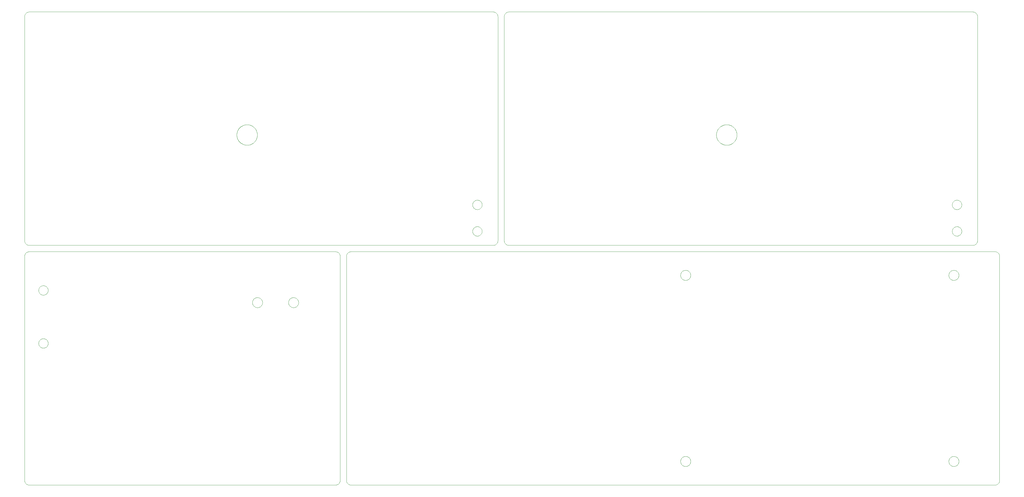
<source format=gko>
G75*
G70*
%OFA0B0*%
%FSLAX24Y24*%
%IPPOS*%
%LPD*%
%AMOC8*
5,1,8,0,0,1.08239X$1,22.5*
%
%ADD10C,0.0039*%
%ADD11C,0.0000*%
D10*
X005087Y003472D02*
X043276Y003472D01*
X043322Y003474D01*
X043368Y003479D01*
X043414Y003488D01*
X043459Y003501D01*
X043502Y003517D01*
X043544Y003536D01*
X043585Y003559D01*
X043623Y003585D01*
X043660Y003614D01*
X043694Y003645D01*
X043725Y003679D01*
X043754Y003716D01*
X043780Y003754D01*
X043803Y003795D01*
X043822Y003837D01*
X043838Y003880D01*
X043851Y003925D01*
X043860Y003971D01*
X043865Y004017D01*
X043867Y004063D01*
X043866Y004063D02*
X043866Y032015D01*
X043867Y032015D02*
X043865Y032061D01*
X043860Y032107D01*
X043851Y032153D01*
X043838Y032198D01*
X043822Y032241D01*
X043803Y032283D01*
X043780Y032324D01*
X043754Y032362D01*
X043725Y032399D01*
X043694Y032433D01*
X043660Y032464D01*
X043623Y032493D01*
X043585Y032519D01*
X043544Y032542D01*
X043502Y032561D01*
X043459Y032577D01*
X043414Y032590D01*
X043368Y032599D01*
X043322Y032604D01*
X043276Y032606D01*
X005087Y032606D01*
X005041Y032604D01*
X004995Y032599D01*
X004949Y032590D01*
X004904Y032577D01*
X004861Y032561D01*
X004819Y032542D01*
X004778Y032519D01*
X004740Y032493D01*
X004703Y032464D01*
X004669Y032433D01*
X004638Y032399D01*
X004609Y032362D01*
X004583Y032324D01*
X004560Y032283D01*
X004541Y032241D01*
X004525Y032198D01*
X004512Y032153D01*
X004503Y032107D01*
X004498Y032061D01*
X004496Y032015D01*
X004496Y004063D01*
X004498Y004017D01*
X004503Y003971D01*
X004512Y003925D01*
X004525Y003880D01*
X004541Y003837D01*
X004560Y003795D01*
X004583Y003754D01*
X004609Y003716D01*
X004638Y003679D01*
X004669Y003645D01*
X004703Y003614D01*
X004740Y003585D01*
X004778Y003559D01*
X004819Y003536D01*
X004861Y003517D01*
X004904Y003501D01*
X004949Y003488D01*
X004995Y003479D01*
X005041Y003474D01*
X005087Y003472D01*
X044654Y004063D02*
X044654Y032015D01*
X044653Y032015D02*
X044655Y032061D01*
X044660Y032107D01*
X044669Y032153D01*
X044682Y032198D01*
X044698Y032241D01*
X044717Y032283D01*
X044740Y032324D01*
X044766Y032362D01*
X044795Y032399D01*
X044826Y032433D01*
X044860Y032464D01*
X044897Y032493D01*
X044935Y032519D01*
X044976Y032542D01*
X045018Y032561D01*
X045061Y032577D01*
X045106Y032590D01*
X045152Y032599D01*
X045198Y032604D01*
X045244Y032606D01*
X125559Y032606D01*
X125605Y032604D01*
X125651Y032599D01*
X125697Y032590D01*
X125742Y032577D01*
X125785Y032561D01*
X125827Y032542D01*
X125868Y032519D01*
X125906Y032493D01*
X125943Y032464D01*
X125977Y032433D01*
X126008Y032399D01*
X126037Y032362D01*
X126063Y032324D01*
X126086Y032283D01*
X126105Y032241D01*
X126121Y032198D01*
X126134Y032153D01*
X126143Y032107D01*
X126148Y032061D01*
X126150Y032015D01*
X126150Y004063D01*
X126148Y004017D01*
X126143Y003971D01*
X126134Y003925D01*
X126121Y003880D01*
X126105Y003837D01*
X126086Y003795D01*
X126063Y003754D01*
X126037Y003716D01*
X126008Y003679D01*
X125977Y003645D01*
X125943Y003614D01*
X125906Y003585D01*
X125868Y003559D01*
X125827Y003536D01*
X125785Y003517D01*
X125742Y003501D01*
X125697Y003488D01*
X125651Y003479D01*
X125605Y003474D01*
X125559Y003472D01*
X045244Y003472D01*
X045198Y003474D01*
X045152Y003479D01*
X045106Y003488D01*
X045061Y003501D01*
X045018Y003517D01*
X044976Y003536D01*
X044935Y003559D01*
X044897Y003585D01*
X044860Y003614D01*
X044826Y003645D01*
X044795Y003679D01*
X044766Y003716D01*
X044740Y003754D01*
X044717Y003795D01*
X044698Y003837D01*
X044682Y003880D01*
X044669Y003925D01*
X044660Y003971D01*
X044655Y004017D01*
X044653Y004063D01*
X062961Y033393D02*
X005087Y033393D01*
X005041Y033395D01*
X004995Y033400D01*
X004949Y033409D01*
X004904Y033422D01*
X004861Y033438D01*
X004819Y033457D01*
X004778Y033480D01*
X004740Y033506D01*
X004703Y033535D01*
X004669Y033566D01*
X004638Y033600D01*
X004609Y033637D01*
X004583Y033675D01*
X004560Y033716D01*
X004541Y033758D01*
X004525Y033801D01*
X004512Y033846D01*
X004503Y033892D01*
X004498Y033938D01*
X004496Y033984D01*
X004496Y061937D01*
X004498Y061983D01*
X004503Y062029D01*
X004512Y062075D01*
X004525Y062120D01*
X004541Y062163D01*
X004560Y062205D01*
X004583Y062246D01*
X004609Y062284D01*
X004638Y062321D01*
X004669Y062355D01*
X004703Y062386D01*
X004740Y062415D01*
X004778Y062441D01*
X004819Y062464D01*
X004861Y062483D01*
X004904Y062499D01*
X004949Y062512D01*
X004995Y062521D01*
X005041Y062526D01*
X005087Y062528D01*
X005087Y062527D02*
X062961Y062527D01*
X062961Y062528D02*
X063007Y062526D01*
X063053Y062521D01*
X063099Y062512D01*
X063144Y062499D01*
X063187Y062483D01*
X063229Y062464D01*
X063270Y062441D01*
X063308Y062415D01*
X063345Y062386D01*
X063379Y062355D01*
X063410Y062321D01*
X063439Y062284D01*
X063465Y062246D01*
X063488Y062205D01*
X063507Y062163D01*
X063523Y062120D01*
X063536Y062075D01*
X063545Y062029D01*
X063550Y061983D01*
X063552Y061937D01*
X063551Y061937D02*
X063551Y033984D01*
X063552Y033984D02*
X063550Y033938D01*
X063545Y033892D01*
X063536Y033846D01*
X063523Y033801D01*
X063507Y033758D01*
X063488Y033716D01*
X063465Y033675D01*
X063439Y033637D01*
X063410Y033600D01*
X063379Y033566D01*
X063345Y033535D01*
X063308Y033506D01*
X063270Y033480D01*
X063229Y033457D01*
X063187Y033438D01*
X063144Y033422D01*
X063099Y033409D01*
X063053Y033400D01*
X063007Y033395D01*
X062961Y033393D01*
X064339Y033984D02*
X064339Y061937D01*
X064338Y061937D02*
X064340Y061983D01*
X064345Y062029D01*
X064354Y062075D01*
X064367Y062120D01*
X064383Y062163D01*
X064402Y062205D01*
X064425Y062246D01*
X064451Y062284D01*
X064480Y062321D01*
X064511Y062355D01*
X064545Y062386D01*
X064582Y062415D01*
X064620Y062441D01*
X064661Y062464D01*
X064703Y062483D01*
X064746Y062499D01*
X064791Y062512D01*
X064837Y062521D01*
X064883Y062526D01*
X064929Y062528D01*
X064929Y062527D02*
X122803Y062527D01*
X122803Y062528D02*
X122849Y062526D01*
X122895Y062521D01*
X122941Y062512D01*
X122986Y062499D01*
X123029Y062483D01*
X123071Y062464D01*
X123112Y062441D01*
X123150Y062415D01*
X123187Y062386D01*
X123221Y062355D01*
X123252Y062321D01*
X123281Y062284D01*
X123307Y062246D01*
X123330Y062205D01*
X123349Y062163D01*
X123365Y062120D01*
X123378Y062075D01*
X123387Y062029D01*
X123392Y061983D01*
X123394Y061937D01*
X123394Y033984D01*
X123392Y033938D01*
X123387Y033892D01*
X123378Y033846D01*
X123365Y033801D01*
X123349Y033758D01*
X123330Y033716D01*
X123307Y033675D01*
X123281Y033637D01*
X123252Y033600D01*
X123221Y033566D01*
X123187Y033535D01*
X123150Y033506D01*
X123112Y033480D01*
X123071Y033457D01*
X123029Y033438D01*
X122986Y033422D01*
X122941Y033409D01*
X122895Y033400D01*
X122849Y033395D01*
X122803Y033393D01*
X064929Y033393D01*
X064883Y033395D01*
X064837Y033400D01*
X064791Y033409D01*
X064746Y033422D01*
X064703Y033438D01*
X064661Y033457D01*
X064620Y033480D01*
X064582Y033506D01*
X064545Y033535D01*
X064511Y033566D01*
X064480Y033600D01*
X064451Y033637D01*
X064425Y033675D01*
X064402Y033716D01*
X064383Y033758D01*
X064367Y033801D01*
X064354Y033846D01*
X064345Y033892D01*
X064340Y033938D01*
X064338Y033984D01*
D11*
X060398Y035140D02*
X060400Y035188D01*
X060406Y035236D01*
X060416Y035283D01*
X060429Y035329D01*
X060447Y035374D01*
X060467Y035418D01*
X060492Y035460D01*
X060520Y035499D01*
X060550Y035536D01*
X060584Y035570D01*
X060621Y035602D01*
X060659Y035631D01*
X060700Y035656D01*
X060743Y035678D01*
X060788Y035696D01*
X060834Y035710D01*
X060881Y035721D01*
X060929Y035728D01*
X060977Y035731D01*
X061025Y035730D01*
X061073Y035725D01*
X061121Y035716D01*
X061167Y035704D01*
X061212Y035687D01*
X061256Y035667D01*
X061298Y035644D01*
X061338Y035617D01*
X061376Y035587D01*
X061411Y035554D01*
X061443Y035518D01*
X061473Y035480D01*
X061499Y035439D01*
X061521Y035396D01*
X061541Y035352D01*
X061556Y035307D01*
X061568Y035260D01*
X061576Y035212D01*
X061580Y035164D01*
X061580Y035116D01*
X061576Y035068D01*
X061568Y035020D01*
X061556Y034973D01*
X061541Y034928D01*
X061521Y034884D01*
X061499Y034841D01*
X061473Y034800D01*
X061443Y034762D01*
X061411Y034726D01*
X061376Y034693D01*
X061338Y034663D01*
X061298Y034636D01*
X061256Y034613D01*
X061212Y034593D01*
X061167Y034576D01*
X061121Y034564D01*
X061073Y034555D01*
X061025Y034550D01*
X060977Y034549D01*
X060929Y034552D01*
X060881Y034559D01*
X060834Y034570D01*
X060788Y034584D01*
X060743Y034602D01*
X060700Y034624D01*
X060659Y034649D01*
X060621Y034678D01*
X060584Y034710D01*
X060550Y034744D01*
X060520Y034781D01*
X060492Y034820D01*
X060467Y034862D01*
X060447Y034906D01*
X060429Y034951D01*
X060416Y034997D01*
X060406Y035044D01*
X060400Y035092D01*
X060398Y035140D01*
X060398Y038447D02*
X060400Y038495D01*
X060406Y038543D01*
X060416Y038590D01*
X060429Y038636D01*
X060447Y038681D01*
X060467Y038725D01*
X060492Y038767D01*
X060520Y038806D01*
X060550Y038843D01*
X060584Y038877D01*
X060621Y038909D01*
X060659Y038938D01*
X060700Y038963D01*
X060743Y038985D01*
X060788Y039003D01*
X060834Y039017D01*
X060881Y039028D01*
X060929Y039035D01*
X060977Y039038D01*
X061025Y039037D01*
X061073Y039032D01*
X061121Y039023D01*
X061167Y039011D01*
X061212Y038994D01*
X061256Y038974D01*
X061298Y038951D01*
X061338Y038924D01*
X061376Y038894D01*
X061411Y038861D01*
X061443Y038825D01*
X061473Y038787D01*
X061499Y038746D01*
X061521Y038703D01*
X061541Y038659D01*
X061556Y038614D01*
X061568Y038567D01*
X061576Y038519D01*
X061580Y038471D01*
X061580Y038423D01*
X061576Y038375D01*
X061568Y038327D01*
X061556Y038280D01*
X061541Y038235D01*
X061521Y038191D01*
X061499Y038148D01*
X061473Y038107D01*
X061443Y038069D01*
X061411Y038033D01*
X061376Y038000D01*
X061338Y037970D01*
X061298Y037943D01*
X061256Y037920D01*
X061212Y037900D01*
X061167Y037883D01*
X061121Y037871D01*
X061073Y037862D01*
X061025Y037857D01*
X060977Y037856D01*
X060929Y037859D01*
X060881Y037866D01*
X060834Y037877D01*
X060788Y037891D01*
X060743Y037909D01*
X060700Y037931D01*
X060659Y037956D01*
X060621Y037985D01*
X060584Y038017D01*
X060550Y038051D01*
X060520Y038088D01*
X060492Y038127D01*
X060467Y038169D01*
X060447Y038213D01*
X060429Y038258D01*
X060416Y038304D01*
X060406Y038351D01*
X060400Y038399D01*
X060398Y038447D01*
X037426Y026246D02*
X037428Y026296D01*
X037434Y026346D01*
X037444Y026395D01*
X037458Y026443D01*
X037475Y026490D01*
X037496Y026535D01*
X037521Y026579D01*
X037549Y026620D01*
X037581Y026659D01*
X037615Y026696D01*
X037652Y026730D01*
X037692Y026760D01*
X037734Y026787D01*
X037778Y026811D01*
X037824Y026832D01*
X037871Y026848D01*
X037919Y026861D01*
X037969Y026870D01*
X038018Y026875D01*
X038069Y026876D01*
X038119Y026873D01*
X038168Y026866D01*
X038217Y026855D01*
X038265Y026840D01*
X038311Y026822D01*
X038356Y026800D01*
X038399Y026774D01*
X038440Y026745D01*
X038479Y026713D01*
X038515Y026678D01*
X038547Y026640D01*
X038577Y026600D01*
X038604Y026557D01*
X038627Y026513D01*
X038646Y026467D01*
X038662Y026419D01*
X038674Y026370D01*
X038682Y026321D01*
X038686Y026271D01*
X038686Y026221D01*
X038682Y026171D01*
X038674Y026122D01*
X038662Y026073D01*
X038646Y026025D01*
X038627Y025979D01*
X038604Y025935D01*
X038577Y025892D01*
X038547Y025852D01*
X038515Y025814D01*
X038479Y025779D01*
X038440Y025747D01*
X038399Y025718D01*
X038356Y025692D01*
X038311Y025670D01*
X038265Y025652D01*
X038217Y025637D01*
X038168Y025626D01*
X038119Y025619D01*
X038069Y025616D01*
X038018Y025617D01*
X037969Y025622D01*
X037919Y025631D01*
X037871Y025644D01*
X037824Y025660D01*
X037778Y025681D01*
X037734Y025705D01*
X037692Y025732D01*
X037652Y025762D01*
X037615Y025796D01*
X037581Y025833D01*
X037549Y025872D01*
X037521Y025913D01*
X037496Y025957D01*
X037475Y026002D01*
X037458Y026049D01*
X037444Y026097D01*
X037434Y026146D01*
X037428Y026196D01*
X037426Y026246D01*
X032926Y026246D02*
X032928Y026296D01*
X032934Y026346D01*
X032944Y026395D01*
X032958Y026443D01*
X032975Y026490D01*
X032996Y026535D01*
X033021Y026579D01*
X033049Y026620D01*
X033081Y026659D01*
X033115Y026696D01*
X033152Y026730D01*
X033192Y026760D01*
X033234Y026787D01*
X033278Y026811D01*
X033324Y026832D01*
X033371Y026848D01*
X033419Y026861D01*
X033469Y026870D01*
X033518Y026875D01*
X033569Y026876D01*
X033619Y026873D01*
X033668Y026866D01*
X033717Y026855D01*
X033765Y026840D01*
X033811Y026822D01*
X033856Y026800D01*
X033899Y026774D01*
X033940Y026745D01*
X033979Y026713D01*
X034015Y026678D01*
X034047Y026640D01*
X034077Y026600D01*
X034104Y026557D01*
X034127Y026513D01*
X034146Y026467D01*
X034162Y026419D01*
X034174Y026370D01*
X034182Y026321D01*
X034186Y026271D01*
X034186Y026221D01*
X034182Y026171D01*
X034174Y026122D01*
X034162Y026073D01*
X034146Y026025D01*
X034127Y025979D01*
X034104Y025935D01*
X034077Y025892D01*
X034047Y025852D01*
X034015Y025814D01*
X033979Y025779D01*
X033940Y025747D01*
X033899Y025718D01*
X033856Y025692D01*
X033811Y025670D01*
X033765Y025652D01*
X033717Y025637D01*
X033668Y025626D01*
X033619Y025619D01*
X033569Y025616D01*
X033518Y025617D01*
X033469Y025622D01*
X033419Y025631D01*
X033371Y025644D01*
X033324Y025660D01*
X033278Y025681D01*
X033234Y025705D01*
X033192Y025732D01*
X033152Y025762D01*
X033115Y025796D01*
X033081Y025833D01*
X033049Y025872D01*
X033021Y025913D01*
X032996Y025957D01*
X032975Y026002D01*
X032958Y026049D01*
X032944Y026097D01*
X032934Y026146D01*
X032928Y026196D01*
X032926Y026246D01*
X006250Y027772D02*
X006252Y027820D01*
X006258Y027868D01*
X006268Y027915D01*
X006281Y027961D01*
X006299Y028006D01*
X006319Y028050D01*
X006344Y028092D01*
X006372Y028131D01*
X006402Y028168D01*
X006436Y028202D01*
X006473Y028234D01*
X006511Y028263D01*
X006552Y028288D01*
X006595Y028310D01*
X006640Y028328D01*
X006686Y028342D01*
X006733Y028353D01*
X006781Y028360D01*
X006829Y028363D01*
X006877Y028362D01*
X006925Y028357D01*
X006973Y028348D01*
X007019Y028336D01*
X007064Y028319D01*
X007108Y028299D01*
X007150Y028276D01*
X007190Y028249D01*
X007228Y028219D01*
X007263Y028186D01*
X007295Y028150D01*
X007325Y028112D01*
X007351Y028071D01*
X007373Y028028D01*
X007393Y027984D01*
X007408Y027939D01*
X007420Y027892D01*
X007428Y027844D01*
X007432Y027796D01*
X007432Y027748D01*
X007428Y027700D01*
X007420Y027652D01*
X007408Y027605D01*
X007393Y027560D01*
X007373Y027516D01*
X007351Y027473D01*
X007325Y027432D01*
X007295Y027394D01*
X007263Y027358D01*
X007228Y027325D01*
X007190Y027295D01*
X007150Y027268D01*
X007108Y027245D01*
X007064Y027225D01*
X007019Y027208D01*
X006973Y027196D01*
X006925Y027187D01*
X006877Y027182D01*
X006829Y027181D01*
X006781Y027184D01*
X006733Y027191D01*
X006686Y027202D01*
X006640Y027216D01*
X006595Y027234D01*
X006552Y027256D01*
X006511Y027281D01*
X006473Y027310D01*
X006436Y027342D01*
X006402Y027376D01*
X006372Y027413D01*
X006344Y027452D01*
X006319Y027494D01*
X006299Y027538D01*
X006281Y027583D01*
X006268Y027629D01*
X006258Y027676D01*
X006252Y027724D01*
X006250Y027772D01*
X006250Y021158D02*
X006252Y021206D01*
X006258Y021254D01*
X006268Y021301D01*
X006281Y021347D01*
X006299Y021392D01*
X006319Y021436D01*
X006344Y021478D01*
X006372Y021517D01*
X006402Y021554D01*
X006436Y021588D01*
X006473Y021620D01*
X006511Y021649D01*
X006552Y021674D01*
X006595Y021696D01*
X006640Y021714D01*
X006686Y021728D01*
X006733Y021739D01*
X006781Y021746D01*
X006829Y021749D01*
X006877Y021748D01*
X006925Y021743D01*
X006973Y021734D01*
X007019Y021722D01*
X007064Y021705D01*
X007108Y021685D01*
X007150Y021662D01*
X007190Y021635D01*
X007228Y021605D01*
X007263Y021572D01*
X007295Y021536D01*
X007325Y021498D01*
X007351Y021457D01*
X007373Y021414D01*
X007393Y021370D01*
X007408Y021325D01*
X007420Y021278D01*
X007428Y021230D01*
X007432Y021182D01*
X007432Y021134D01*
X007428Y021086D01*
X007420Y021038D01*
X007408Y020991D01*
X007393Y020946D01*
X007373Y020902D01*
X007351Y020859D01*
X007325Y020818D01*
X007295Y020780D01*
X007263Y020744D01*
X007228Y020711D01*
X007190Y020681D01*
X007150Y020654D01*
X007108Y020631D01*
X007064Y020611D01*
X007019Y020594D01*
X006973Y020582D01*
X006925Y020573D01*
X006877Y020568D01*
X006829Y020567D01*
X006781Y020570D01*
X006733Y020577D01*
X006686Y020588D01*
X006640Y020602D01*
X006595Y020620D01*
X006552Y020642D01*
X006511Y020667D01*
X006473Y020696D01*
X006436Y020728D01*
X006402Y020762D01*
X006372Y020799D01*
X006344Y020838D01*
X006319Y020880D01*
X006299Y020924D01*
X006281Y020969D01*
X006268Y021015D01*
X006258Y021062D01*
X006252Y021110D01*
X006250Y021158D01*
X030972Y047173D02*
X030974Y047244D01*
X030980Y047315D01*
X030990Y047386D01*
X031004Y047455D01*
X031021Y047524D01*
X031043Y047592D01*
X031068Y047659D01*
X031097Y047724D01*
X031129Y047787D01*
X031165Y047849D01*
X031204Y047908D01*
X031247Y047965D01*
X031292Y048020D01*
X031341Y048072D01*
X031392Y048121D01*
X031446Y048167D01*
X031503Y048211D01*
X031561Y048251D01*
X031622Y048287D01*
X031685Y048321D01*
X031750Y048350D01*
X031816Y048376D01*
X031884Y048399D01*
X031952Y048417D01*
X032022Y048432D01*
X032092Y048443D01*
X032163Y048450D01*
X032234Y048453D01*
X032305Y048452D01*
X032376Y048447D01*
X032447Y048438D01*
X032517Y048425D01*
X032586Y048409D01*
X032654Y048388D01*
X032721Y048364D01*
X032787Y048336D01*
X032850Y048304D01*
X032912Y048269D01*
X032972Y048231D01*
X033030Y048189D01*
X033085Y048145D01*
X033138Y048097D01*
X033188Y048046D01*
X033235Y047993D01*
X033279Y047937D01*
X033320Y047879D01*
X033358Y047818D01*
X033392Y047756D01*
X033422Y047691D01*
X033449Y047626D01*
X033473Y047558D01*
X033492Y047490D01*
X033508Y047421D01*
X033520Y047350D01*
X033528Y047280D01*
X033532Y047209D01*
X033532Y047137D01*
X033528Y047066D01*
X033520Y046996D01*
X033508Y046925D01*
X033492Y046856D01*
X033473Y046788D01*
X033449Y046720D01*
X033422Y046655D01*
X033392Y046590D01*
X033358Y046528D01*
X033320Y046467D01*
X033279Y046409D01*
X033235Y046353D01*
X033188Y046300D01*
X033138Y046249D01*
X033085Y046201D01*
X033030Y046157D01*
X032972Y046115D01*
X032912Y046077D01*
X032850Y046042D01*
X032787Y046010D01*
X032721Y045982D01*
X032654Y045958D01*
X032586Y045937D01*
X032517Y045921D01*
X032447Y045908D01*
X032376Y045899D01*
X032305Y045894D01*
X032234Y045893D01*
X032163Y045896D01*
X032092Y045903D01*
X032022Y045914D01*
X031952Y045929D01*
X031884Y045947D01*
X031816Y045970D01*
X031750Y045996D01*
X031685Y046025D01*
X031622Y046059D01*
X031561Y046095D01*
X031503Y046135D01*
X031446Y046179D01*
X031392Y046225D01*
X031341Y046274D01*
X031292Y046326D01*
X031247Y046381D01*
X031204Y046438D01*
X031165Y046497D01*
X031129Y046559D01*
X031097Y046622D01*
X031068Y046687D01*
X031043Y046754D01*
X031021Y046822D01*
X031004Y046891D01*
X030990Y046960D01*
X030980Y047031D01*
X030974Y047102D01*
X030972Y047173D01*
X086347Y029653D02*
X086349Y029703D01*
X086355Y029753D01*
X086365Y029802D01*
X086379Y029850D01*
X086396Y029897D01*
X086417Y029942D01*
X086442Y029986D01*
X086470Y030027D01*
X086502Y030066D01*
X086536Y030103D01*
X086573Y030137D01*
X086613Y030167D01*
X086655Y030194D01*
X086699Y030218D01*
X086745Y030239D01*
X086792Y030255D01*
X086840Y030268D01*
X086890Y030277D01*
X086939Y030282D01*
X086990Y030283D01*
X087040Y030280D01*
X087089Y030273D01*
X087138Y030262D01*
X087186Y030247D01*
X087232Y030229D01*
X087277Y030207D01*
X087320Y030181D01*
X087361Y030152D01*
X087400Y030120D01*
X087436Y030085D01*
X087468Y030047D01*
X087498Y030007D01*
X087525Y029964D01*
X087548Y029920D01*
X087567Y029874D01*
X087583Y029826D01*
X087595Y029777D01*
X087603Y029728D01*
X087607Y029678D01*
X087607Y029628D01*
X087603Y029578D01*
X087595Y029529D01*
X087583Y029480D01*
X087567Y029432D01*
X087548Y029386D01*
X087525Y029342D01*
X087498Y029299D01*
X087468Y029259D01*
X087436Y029221D01*
X087400Y029186D01*
X087361Y029154D01*
X087320Y029125D01*
X087277Y029099D01*
X087232Y029077D01*
X087186Y029059D01*
X087138Y029044D01*
X087089Y029033D01*
X087040Y029026D01*
X086990Y029023D01*
X086939Y029024D01*
X086890Y029029D01*
X086840Y029038D01*
X086792Y029051D01*
X086745Y029067D01*
X086699Y029088D01*
X086655Y029112D01*
X086613Y029139D01*
X086573Y029169D01*
X086536Y029203D01*
X086502Y029240D01*
X086470Y029279D01*
X086442Y029320D01*
X086417Y029364D01*
X086396Y029409D01*
X086379Y029456D01*
X086365Y029504D01*
X086355Y029553D01*
X086349Y029603D01*
X086347Y029653D01*
X119811Y029653D02*
X119813Y029703D01*
X119819Y029753D01*
X119829Y029802D01*
X119843Y029850D01*
X119860Y029897D01*
X119881Y029942D01*
X119906Y029986D01*
X119934Y030027D01*
X119966Y030066D01*
X120000Y030103D01*
X120037Y030137D01*
X120077Y030167D01*
X120119Y030194D01*
X120163Y030218D01*
X120209Y030239D01*
X120256Y030255D01*
X120304Y030268D01*
X120354Y030277D01*
X120403Y030282D01*
X120454Y030283D01*
X120504Y030280D01*
X120553Y030273D01*
X120602Y030262D01*
X120650Y030247D01*
X120696Y030229D01*
X120741Y030207D01*
X120784Y030181D01*
X120825Y030152D01*
X120864Y030120D01*
X120900Y030085D01*
X120932Y030047D01*
X120962Y030007D01*
X120989Y029964D01*
X121012Y029920D01*
X121031Y029874D01*
X121047Y029826D01*
X121059Y029777D01*
X121067Y029728D01*
X121071Y029678D01*
X121071Y029628D01*
X121067Y029578D01*
X121059Y029529D01*
X121047Y029480D01*
X121031Y029432D01*
X121012Y029386D01*
X120989Y029342D01*
X120962Y029299D01*
X120932Y029259D01*
X120900Y029221D01*
X120864Y029186D01*
X120825Y029154D01*
X120784Y029125D01*
X120741Y029099D01*
X120696Y029077D01*
X120650Y029059D01*
X120602Y029044D01*
X120553Y029033D01*
X120504Y029026D01*
X120454Y029023D01*
X120403Y029024D01*
X120354Y029029D01*
X120304Y029038D01*
X120256Y029051D01*
X120209Y029067D01*
X120163Y029088D01*
X120119Y029112D01*
X120077Y029139D01*
X120037Y029169D01*
X120000Y029203D01*
X119966Y029240D01*
X119934Y029279D01*
X119906Y029320D01*
X119881Y029364D01*
X119860Y029409D01*
X119843Y029456D01*
X119829Y029504D01*
X119819Y029553D01*
X119813Y029603D01*
X119811Y029653D01*
X120241Y035140D02*
X120243Y035188D01*
X120249Y035236D01*
X120259Y035283D01*
X120272Y035329D01*
X120290Y035374D01*
X120310Y035418D01*
X120335Y035460D01*
X120363Y035499D01*
X120393Y035536D01*
X120427Y035570D01*
X120464Y035602D01*
X120502Y035631D01*
X120543Y035656D01*
X120586Y035678D01*
X120631Y035696D01*
X120677Y035710D01*
X120724Y035721D01*
X120772Y035728D01*
X120820Y035731D01*
X120868Y035730D01*
X120916Y035725D01*
X120964Y035716D01*
X121010Y035704D01*
X121055Y035687D01*
X121099Y035667D01*
X121141Y035644D01*
X121181Y035617D01*
X121219Y035587D01*
X121254Y035554D01*
X121286Y035518D01*
X121316Y035480D01*
X121342Y035439D01*
X121364Y035396D01*
X121384Y035352D01*
X121399Y035307D01*
X121411Y035260D01*
X121419Y035212D01*
X121423Y035164D01*
X121423Y035116D01*
X121419Y035068D01*
X121411Y035020D01*
X121399Y034973D01*
X121384Y034928D01*
X121364Y034884D01*
X121342Y034841D01*
X121316Y034800D01*
X121286Y034762D01*
X121254Y034726D01*
X121219Y034693D01*
X121181Y034663D01*
X121141Y034636D01*
X121099Y034613D01*
X121055Y034593D01*
X121010Y034576D01*
X120964Y034564D01*
X120916Y034555D01*
X120868Y034550D01*
X120820Y034549D01*
X120772Y034552D01*
X120724Y034559D01*
X120677Y034570D01*
X120631Y034584D01*
X120586Y034602D01*
X120543Y034624D01*
X120502Y034649D01*
X120464Y034678D01*
X120427Y034710D01*
X120393Y034744D01*
X120363Y034781D01*
X120335Y034820D01*
X120310Y034862D01*
X120290Y034906D01*
X120272Y034951D01*
X120259Y034997D01*
X120249Y035044D01*
X120243Y035092D01*
X120241Y035140D01*
X120241Y038447D02*
X120243Y038495D01*
X120249Y038543D01*
X120259Y038590D01*
X120272Y038636D01*
X120290Y038681D01*
X120310Y038725D01*
X120335Y038767D01*
X120363Y038806D01*
X120393Y038843D01*
X120427Y038877D01*
X120464Y038909D01*
X120502Y038938D01*
X120543Y038963D01*
X120586Y038985D01*
X120631Y039003D01*
X120677Y039017D01*
X120724Y039028D01*
X120772Y039035D01*
X120820Y039038D01*
X120868Y039037D01*
X120916Y039032D01*
X120964Y039023D01*
X121010Y039011D01*
X121055Y038994D01*
X121099Y038974D01*
X121141Y038951D01*
X121181Y038924D01*
X121219Y038894D01*
X121254Y038861D01*
X121286Y038825D01*
X121316Y038787D01*
X121342Y038746D01*
X121364Y038703D01*
X121384Y038659D01*
X121399Y038614D01*
X121411Y038567D01*
X121419Y038519D01*
X121423Y038471D01*
X121423Y038423D01*
X121419Y038375D01*
X121411Y038327D01*
X121399Y038280D01*
X121384Y038235D01*
X121364Y038191D01*
X121342Y038148D01*
X121316Y038107D01*
X121286Y038069D01*
X121254Y038033D01*
X121219Y038000D01*
X121181Y037970D01*
X121141Y037943D01*
X121099Y037920D01*
X121055Y037900D01*
X121010Y037883D01*
X120964Y037871D01*
X120916Y037862D01*
X120868Y037857D01*
X120820Y037856D01*
X120772Y037859D01*
X120724Y037866D01*
X120677Y037877D01*
X120631Y037891D01*
X120586Y037909D01*
X120543Y037931D01*
X120502Y037956D01*
X120464Y037985D01*
X120427Y038017D01*
X120393Y038051D01*
X120363Y038088D01*
X120335Y038127D01*
X120310Y038169D01*
X120290Y038213D01*
X120272Y038258D01*
X120259Y038304D01*
X120249Y038351D01*
X120243Y038399D01*
X120241Y038447D01*
X090815Y047173D02*
X090817Y047244D01*
X090823Y047315D01*
X090833Y047386D01*
X090847Y047455D01*
X090864Y047524D01*
X090886Y047592D01*
X090911Y047659D01*
X090940Y047724D01*
X090972Y047787D01*
X091008Y047849D01*
X091047Y047908D01*
X091090Y047965D01*
X091135Y048020D01*
X091184Y048072D01*
X091235Y048121D01*
X091289Y048167D01*
X091346Y048211D01*
X091404Y048251D01*
X091465Y048287D01*
X091528Y048321D01*
X091593Y048350D01*
X091659Y048376D01*
X091727Y048399D01*
X091795Y048417D01*
X091865Y048432D01*
X091935Y048443D01*
X092006Y048450D01*
X092077Y048453D01*
X092148Y048452D01*
X092219Y048447D01*
X092290Y048438D01*
X092360Y048425D01*
X092429Y048409D01*
X092497Y048388D01*
X092564Y048364D01*
X092630Y048336D01*
X092693Y048304D01*
X092755Y048269D01*
X092815Y048231D01*
X092873Y048189D01*
X092928Y048145D01*
X092981Y048097D01*
X093031Y048046D01*
X093078Y047993D01*
X093122Y047937D01*
X093163Y047879D01*
X093201Y047818D01*
X093235Y047756D01*
X093265Y047691D01*
X093292Y047626D01*
X093316Y047558D01*
X093335Y047490D01*
X093351Y047421D01*
X093363Y047350D01*
X093371Y047280D01*
X093375Y047209D01*
X093375Y047137D01*
X093371Y047066D01*
X093363Y046996D01*
X093351Y046925D01*
X093335Y046856D01*
X093316Y046788D01*
X093292Y046720D01*
X093265Y046655D01*
X093235Y046590D01*
X093201Y046528D01*
X093163Y046467D01*
X093122Y046409D01*
X093078Y046353D01*
X093031Y046300D01*
X092981Y046249D01*
X092928Y046201D01*
X092873Y046157D01*
X092815Y046115D01*
X092755Y046077D01*
X092693Y046042D01*
X092630Y046010D01*
X092564Y045982D01*
X092497Y045958D01*
X092429Y045937D01*
X092360Y045921D01*
X092290Y045908D01*
X092219Y045899D01*
X092148Y045894D01*
X092077Y045893D01*
X092006Y045896D01*
X091935Y045903D01*
X091865Y045914D01*
X091795Y045929D01*
X091727Y045947D01*
X091659Y045970D01*
X091593Y045996D01*
X091528Y046025D01*
X091465Y046059D01*
X091404Y046095D01*
X091346Y046135D01*
X091289Y046179D01*
X091235Y046225D01*
X091184Y046274D01*
X091135Y046326D01*
X091090Y046381D01*
X091047Y046438D01*
X091008Y046497D01*
X090972Y046559D01*
X090940Y046622D01*
X090911Y046687D01*
X090886Y046754D01*
X090864Y046822D01*
X090847Y046891D01*
X090833Y046960D01*
X090823Y047031D01*
X090817Y047102D01*
X090815Y047173D01*
X086347Y006425D02*
X086349Y006475D01*
X086355Y006525D01*
X086365Y006574D01*
X086379Y006622D01*
X086396Y006669D01*
X086417Y006714D01*
X086442Y006758D01*
X086470Y006799D01*
X086502Y006838D01*
X086536Y006875D01*
X086573Y006909D01*
X086613Y006939D01*
X086655Y006966D01*
X086699Y006990D01*
X086745Y007011D01*
X086792Y007027D01*
X086840Y007040D01*
X086890Y007049D01*
X086939Y007054D01*
X086990Y007055D01*
X087040Y007052D01*
X087089Y007045D01*
X087138Y007034D01*
X087186Y007019D01*
X087232Y007001D01*
X087277Y006979D01*
X087320Y006953D01*
X087361Y006924D01*
X087400Y006892D01*
X087436Y006857D01*
X087468Y006819D01*
X087498Y006779D01*
X087525Y006736D01*
X087548Y006692D01*
X087567Y006646D01*
X087583Y006598D01*
X087595Y006549D01*
X087603Y006500D01*
X087607Y006450D01*
X087607Y006400D01*
X087603Y006350D01*
X087595Y006301D01*
X087583Y006252D01*
X087567Y006204D01*
X087548Y006158D01*
X087525Y006114D01*
X087498Y006071D01*
X087468Y006031D01*
X087436Y005993D01*
X087400Y005958D01*
X087361Y005926D01*
X087320Y005897D01*
X087277Y005871D01*
X087232Y005849D01*
X087186Y005831D01*
X087138Y005816D01*
X087089Y005805D01*
X087040Y005798D01*
X086990Y005795D01*
X086939Y005796D01*
X086890Y005801D01*
X086840Y005810D01*
X086792Y005823D01*
X086745Y005839D01*
X086699Y005860D01*
X086655Y005884D01*
X086613Y005911D01*
X086573Y005941D01*
X086536Y005975D01*
X086502Y006012D01*
X086470Y006051D01*
X086442Y006092D01*
X086417Y006136D01*
X086396Y006181D01*
X086379Y006228D01*
X086365Y006276D01*
X086355Y006325D01*
X086349Y006375D01*
X086347Y006425D01*
X119811Y006425D02*
X119813Y006475D01*
X119819Y006525D01*
X119829Y006574D01*
X119843Y006622D01*
X119860Y006669D01*
X119881Y006714D01*
X119906Y006758D01*
X119934Y006799D01*
X119966Y006838D01*
X120000Y006875D01*
X120037Y006909D01*
X120077Y006939D01*
X120119Y006966D01*
X120163Y006990D01*
X120209Y007011D01*
X120256Y007027D01*
X120304Y007040D01*
X120354Y007049D01*
X120403Y007054D01*
X120454Y007055D01*
X120504Y007052D01*
X120553Y007045D01*
X120602Y007034D01*
X120650Y007019D01*
X120696Y007001D01*
X120741Y006979D01*
X120784Y006953D01*
X120825Y006924D01*
X120864Y006892D01*
X120900Y006857D01*
X120932Y006819D01*
X120962Y006779D01*
X120989Y006736D01*
X121012Y006692D01*
X121031Y006646D01*
X121047Y006598D01*
X121059Y006549D01*
X121067Y006500D01*
X121071Y006450D01*
X121071Y006400D01*
X121067Y006350D01*
X121059Y006301D01*
X121047Y006252D01*
X121031Y006204D01*
X121012Y006158D01*
X120989Y006114D01*
X120962Y006071D01*
X120932Y006031D01*
X120900Y005993D01*
X120864Y005958D01*
X120825Y005926D01*
X120784Y005897D01*
X120741Y005871D01*
X120696Y005849D01*
X120650Y005831D01*
X120602Y005816D01*
X120553Y005805D01*
X120504Y005798D01*
X120454Y005795D01*
X120403Y005796D01*
X120354Y005801D01*
X120304Y005810D01*
X120256Y005823D01*
X120209Y005839D01*
X120163Y005860D01*
X120119Y005884D01*
X120077Y005911D01*
X120037Y005941D01*
X120000Y005975D01*
X119966Y006012D01*
X119934Y006051D01*
X119906Y006092D01*
X119881Y006136D01*
X119860Y006181D01*
X119843Y006228D01*
X119829Y006276D01*
X119819Y006325D01*
X119813Y006375D01*
X119811Y006425D01*
M02*

</source>
